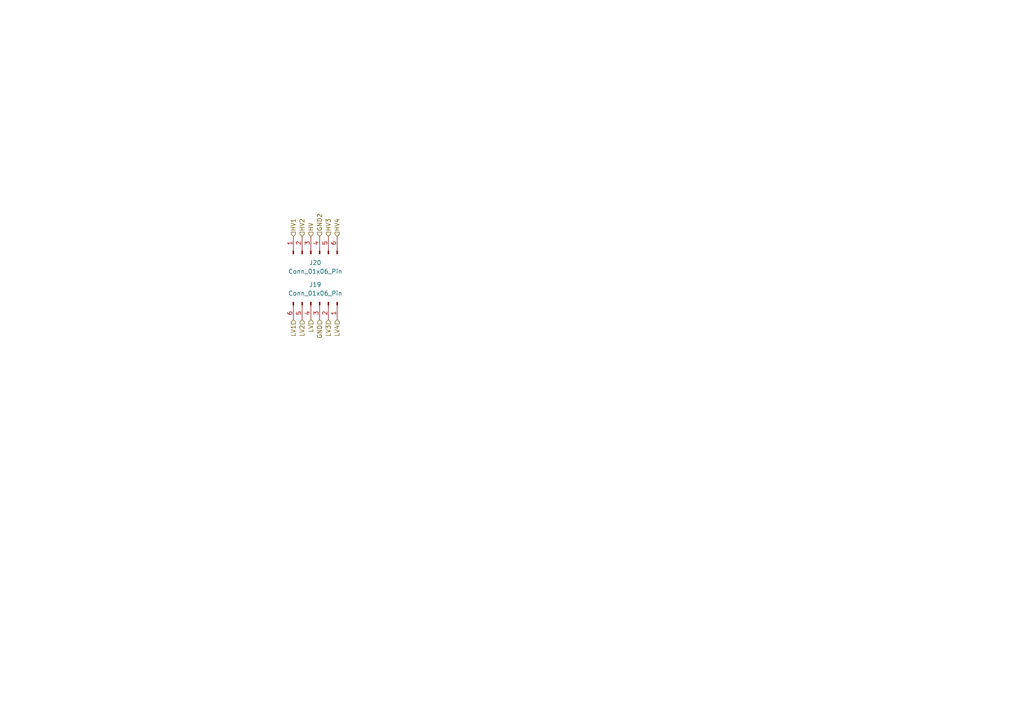
<source format=kicad_sch>
(kicad_sch (version 20231120) (generator "eeschema") (generator_version "8.0")
  (paper "A4")
  (lib_symbols
    (symbol "Connector:Conn_01x06_Pin" (pin_names (offset 1.016) hide)
      (property "Reference" "J" (at 0 7.62 0))
      (property "Value" "Conn_01x06_Pin" (at 0 -10.16 0))
      (symbol "Conn_01x06_Pin_1_1"
        (polyline (pts (xy 1.27 -7.62) (xy 0.8636 -7.62)) (stroke (width 0.1524)))
        (polyline (pts (xy 1.27 -5.08) (xy 0.8636 -5.08)) (stroke (width 0.1524)))
        (polyline (pts (xy 1.27 -2.54) (xy 0.8636 -2.54)) (stroke (width 0.1524)))
        (polyline (pts (xy 1.27 0) (xy 0.8636 0)) (stroke (width 0.1524)))
        (polyline (pts (xy 1.27 2.54) (xy 0.8636 2.54)) (stroke (width 0.1524)))
        (polyline (pts (xy 1.27 5.08) (xy 0.8636 5.08)) (stroke (width 0.1524)))
        (rectangle (start 0.8636 -7.493) (end 0 -7.747) (stroke (width 0.1524)) (fill (type outline)))
        (rectangle (start 0.8636 -4.953) (end 0 -5.207) (stroke (width 0.1524)) (fill (type outline)))
        (rectangle (start 0.8636 -2.413) (end 0 -2.667) (stroke (width 0.1524)) (fill (type outline)))
        (rectangle (start 0.8636 0.127) (end 0 -0.127) (stroke (width 0.1524)) (fill (type outline)))
        (rectangle (start 0.8636 2.667) (end 0 2.413) (stroke (width 0.1524)) (fill (type outline)))
        (rectangle (start 0.8636 5.207) (end 0 4.953) (stroke (width 0.1524)) (fill (type outline)))
        (pin passive line (at 5.08 5.08 180) (length 3.81) (name "Pin_1") (number "1"))
        (pin passive line (at 5.08 2.54 180) (length 3.81) (name "Pin_2") (number "2"))
        (pin passive line (at 5.08 0 180) (length 3.81) (name "Pin_3") (number "3"))
        (pin passive line (at 5.08 -2.54 180) (length 3.81) (name "Pin_4") (number "4"))
        (pin passive line (at 5.08 -5.08 180) (length 3.81) (name "Pin_5") (number "5"))
        (pin passive line (at 5.08 -7.62 180) (length 3.81) (name "Pin_6") (number "6"))
      )
    )
  )
  (hierarchical_label "GND2" (shape input) (at 92.71 68.58 90))
  (hierarchical_label "HV" (shape input) (at 90.17 68.58 90))
  (hierarchical_label "HV3" (shape input) (at 95.25 68.58 90))
  (hierarchical_label "LV1" (shape input) (at 85.09 92.71 270))
  (hierarchical_label "LV" (shape input) (at 90.17 92.71 270))
  (hierarchical_label "HV1" (shape input) (at 85.09 68.58 90))
  (hierarchical_label "LV4" (shape input) (at 97.79 92.71 270))
  (hierarchical_label "HV4" (shape input) (at 97.79 68.58 90))
  (hierarchical_label "LV3" (shape input) (at 95.25 92.71 270))
  (hierarchical_label "LV2" (shape input) (at 87.63 92.71 270))
  (hierarchical_label "GND" (shape input) (at 92.71 92.71 270))
  (hierarchical_label "HV2" (shape input) (at 87.63 68.58 90))
  (symbol (lib_id "Connector:Conn_01x06_Pin") (at 90.17 73.66 90) (unit 1)
    (property "Reference" "J20" (at 91.44 76.2 90))
    (property "Value" "Conn_01x06_Pin" (at 91.44 78.74 90))
  )
  (symbol (lib_id "Connector:Conn_01x06_Pin") (at 92.71 87.63 270) (unit 1)
    (property "Reference" "J19" (at 91.44 82.55 90))
    (property "Value" "Conn_01x06_Pin" (at 91.44 85.09 90))
  )
)
</source>
